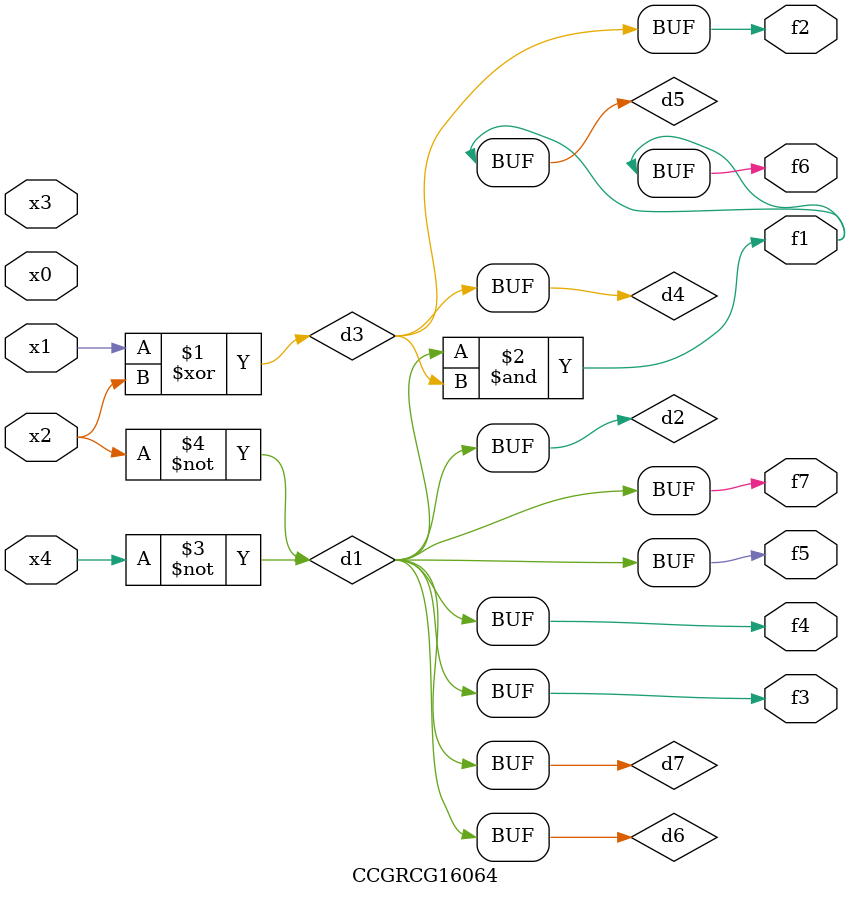
<source format=v>
module CCGRCG16064(
	input x0, x1, x2, x3, x4,
	output f1, f2, f3, f4, f5, f6, f7
);

	wire d1, d2, d3, d4, d5, d6, d7;

	not (d1, x4);
	not (d2, x2);
	xor (d3, x1, x2);
	buf (d4, d3);
	and (d5, d1, d3);
	buf (d6, d1, d2);
	buf (d7, d2);
	assign f1 = d5;
	assign f2 = d4;
	assign f3 = d7;
	assign f4 = d7;
	assign f5 = d7;
	assign f6 = d5;
	assign f7 = d7;
endmodule

</source>
